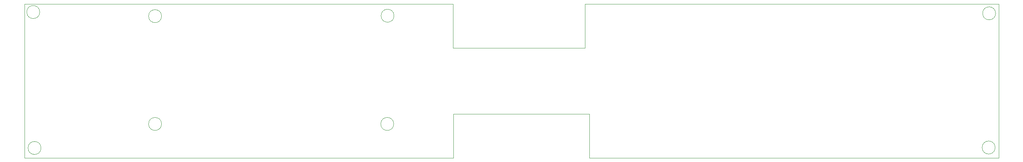
<source format=gbr>
%TF.GenerationSoftware,KiCad,Pcbnew,7.0.5-0*%
%TF.CreationDate,2023-08-08T15:43:03-04:00*%
%TF.ProjectId,Lemmingometre,4c656d6d-696e-4676-9f6d-657472652e6b,rev?*%
%TF.SameCoordinates,Original*%
%TF.FileFunction,Profile,NP*%
%FSLAX46Y46*%
G04 Gerber Fmt 4.6, Leading zero omitted, Abs format (unit mm)*
G04 Created by KiCad (PCBNEW 7.0.5-0) date 2023-08-08 15:43:03*
%MOMM*%
%LPD*%
G01*
G04 APERTURE LIST*
%TA.AperFunction,Profile*%
%ADD10C,0.100000*%
%TD*%
G04 APERTURE END LIST*
D10*
X126000000Y-76200000D02*
X156480000Y-76200000D01*
X157480000Y-101600000D02*
X157480000Y-91440000D01*
X126060000Y-101600000D02*
X27000000Y-101600000D01*
X251200001Y-99200000D02*
G75*
G03*
X251200001Y-99200000I-1503330J0D01*
G01*
X30803330Y-99300000D02*
G75*
G03*
X30803330Y-99300000I-1503330J0D01*
G01*
X30503330Y-67900000D02*
G75*
G03*
X30503330Y-67900000I-1503330J0D01*
G01*
X126000000Y-66040000D02*
X126000000Y-76200000D01*
X251300000Y-68200000D02*
G75*
G03*
X251300000Y-68200000I-1500000J0D01*
G01*
X252000000Y-66040000D02*
X252000000Y-101600000D01*
X157480000Y-91440000D02*
X126060000Y-91440000D01*
X252000000Y-101600000D02*
X157480000Y-101600000D01*
X27000000Y-66040000D02*
X126000000Y-66040000D01*
X156480000Y-66040000D02*
X252000000Y-66040000D01*
X27000000Y-101600000D02*
X27000000Y-66040000D01*
X126060000Y-91440000D02*
X126060000Y-101600000D01*
X156480000Y-76200000D02*
X156480000Y-66040000D01*
%TO.C,U1*%
X112340000Y-68750000D02*
G75*
G03*
X112340000Y-68750000I-1500000J0D01*
G01*
X58640000Y-68850000D02*
G75*
G03*
X58640000Y-68850000I-1500000J0D01*
G01*
X112270000Y-93750000D02*
G75*
G03*
X112270000Y-93750000I-1500000J0D01*
G01*
X58640000Y-93750000D02*
G75*
G03*
X58640000Y-93750000I-1500000J0D01*
G01*
%TD*%
M02*

</source>
